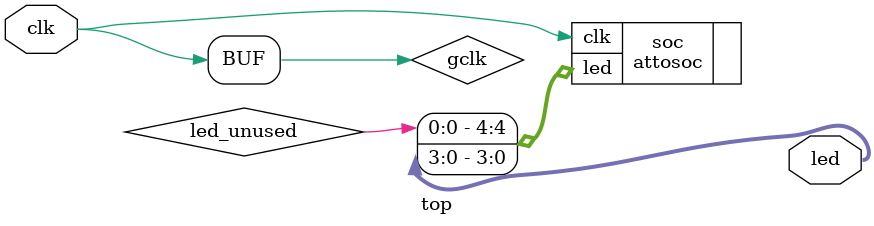
<source format=v>
module top (
	input clk,
	output [3:0] led
);

    (* keep *)
    wire led_unused;

    wire gclk;
    //clk_wiz_v3_6 pll(.CLK_IN1(clk), .CLK_OUT1(gclk));
    assign gclk = clk;
    attosoc soc(.clk(gclk), .led({led_unused, led}));

endmodule


</source>
